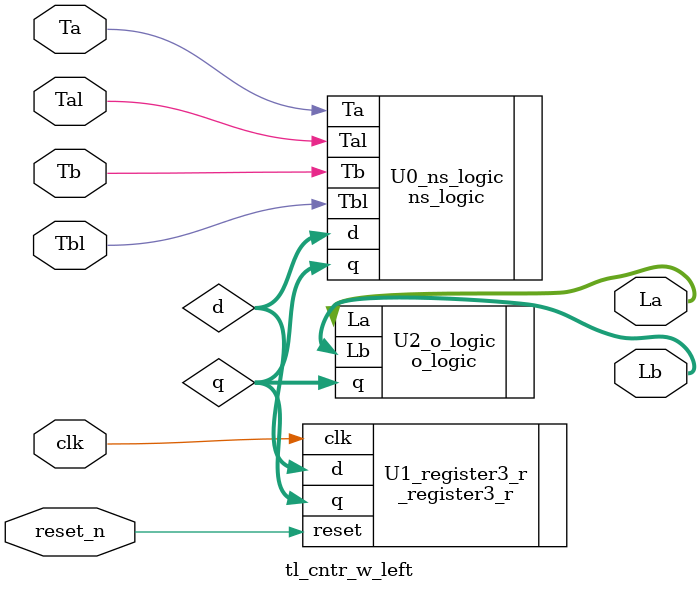
<source format=v>
module tl_cntr_w_left(clk, reset_n, Ta, Tal, Tb, Tbl, La, Lb);

	input clk, reset_n, Ta, Tal, Tb, Tbl;
	output	[1:0]		La, Lb;
	
	wire		[2:0]		q, d;
	
	//instance of each circuit
	ns_logic U0_ns_logic(.Ta(Ta), .Tal(Tal), .Tb(Tb), .Tbl(Tbl), .q(q[2:0]), .d(d[2:0]));
	_register3_r U1_register3_r(.clk(clk), .reset(reset_n), .q(q[2:0]), .d(d[2:0]));
	o_logic U2_o_logic(.q(q[2:0]), .La(La[1:0]), .Lb(Lb[1:0]));
	
endmodule

</source>
